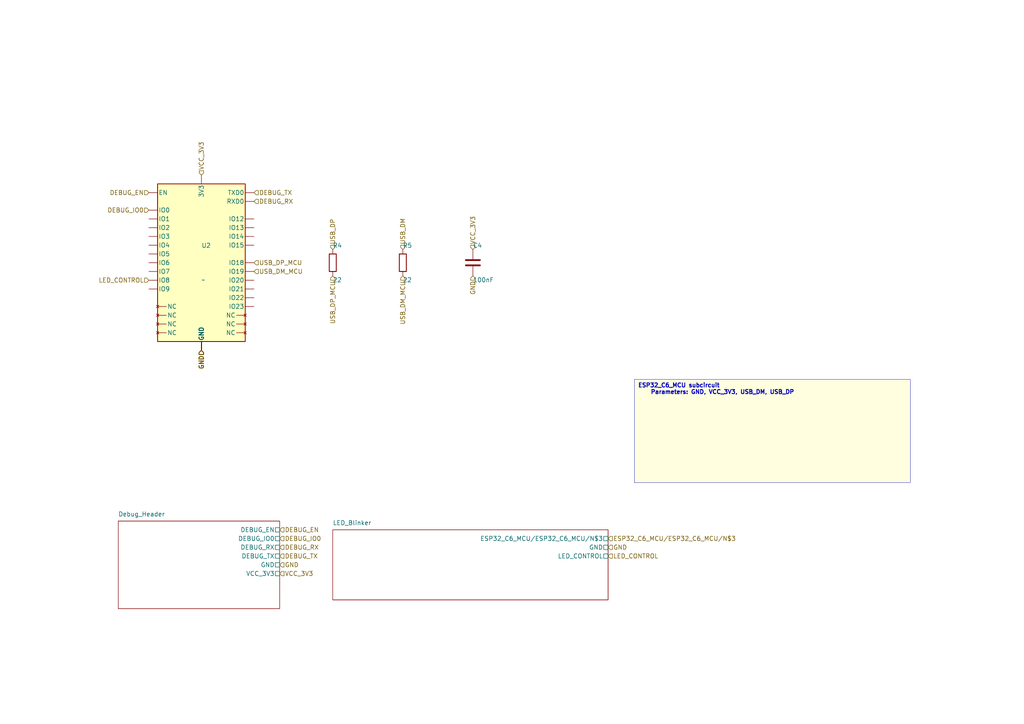
<source format=kicad_sch>
(kicad_sch (version 20250114) (generator "circuit_synth") (generator_version "9.0")
  (paper "A4")
  (lib_symbols
    (symbol "Device:C" (pin_numbers hide) (pin_names (offset 0.254))
      (property "Reference" "C" (at 0.0 0.0 0))
      (property "Value" "C" (at 0.0 0.0 0))
      (symbol "C_0_1"
        (polyline (pts (xy -2.032 0.762) (xy 2.032 0.762)) (stroke (width 0.508)))
        (polyline (pts (xy -2.032 -0.762) (xy 2.032 -0.762)) (stroke (width 0.508)))
      )
      (symbol "C_1_1"
        (pin passive line (at 0.0 3.81 270) (length 2.794) (name ~) (number "1"))
        (pin passive line (at 0.0 -3.81 90) (length 2.794) (name ~) (number "2"))
      )
    )
    (symbol "Device:R" (pin_numbers hide) (pin_names (offset 0.254))
      (property "Reference" "R" (at 0.0 0.0 0))
      (property "Value" "R" (at 0.0 0.0 0))
      (symbol "R_0_1"
        (rectangle (start -1.016 -2.54) (end 1.016 2.54) (stroke (width 0.254)))
      )
      (symbol "R_1_1"
        (pin passive line (at 0.0 3.81 270) (length 1.27) (name ~) (number "1"))
        (pin passive line (at 0.0 -3.81 90) (length 1.27) (name ~) (number "2"))
      )
    )
    (symbol "RF_Module:ESP32-C6-MINI-1" (pin_numbers hide) (pin_names (offset 0.254))
      (property "Reference" "U" (at 0.0 0.0 0))
      (property "Value" "ESP32-C6-MINI-1" (at 0.0 0.0 0))
      (symbol "ESP32-C6-MINI-1_0_1"
        (rectangle (start -12.7 22.86) (end 12.7 -22.86) (stroke (width 0.254)) (fill (type background)))
      )
      (symbol "ESP32-C6-MINI-1_1_1"
        (pin input line (at -15.24 20.32 0) (length 2.54) (name EN) (number "8"))
        (pin bidirectional line (at -15.24 15.24 0) (length 2.54) (name IO0) (number "12"))
        (pin bidirectional line (at -15.24 12.7 0) (length 2.54) (name IO1) (number "13"))
        (pin bidirectional line (at -15.24 10.16 0) (length 2.54) (name IO2) (number "5"))
        (pin bidirectional line (at -15.24 7.62 0) (length 2.54) (name IO3) (number "6"))
        (pin bidirectional line (at -15.24 5.08 0) (length 2.54) (name IO4) (number "9"))
        (pin bidirectional line (at -15.24 2.54 0) (length 2.54) (name IO5) (number "10"))
        (pin bidirectional line (at -15.24 0.0 0) (length 2.54) (name IO6) (number "15"))
        (pin bidirectional line (at -15.24 -2.54 0) (length 2.54) (name IO7) (number "16"))
        (pin bidirectional line (at -15.24 -5.08 0) (length 2.54) (name IO8) (number "22"))
        (pin bidirectional line (at -15.24 -7.62 0) (length 2.54) (name IO9) (number "23"))
        (pin no_connect line (at -12.7 -12.7 0) (length 2.54) (name NC) (number "32"))
        (pin no_connect line (at -12.7 -15.24 0) (length 2.54) (name NC) (number "33"))
        (pin no_connect line (at -12.7 -17.78 0) (length 2.54) (name NC) (number "34"))
        (pin no_connect line (at -12.7 -20.32 0) (length 2.54) (name NC) (number "35"))
        (pin power_in line (at 0.0 25.4 270) (length 2.54) (name 3V3) (number "3"))
        (pin power_in line (at 0.0 -25.4 90) (length 2.54) (name GND) (number "1"))
        (pin passive line (at 0.0 -25.4 90) (length 2.54) (name GND) (number "11"))
        (pin passive line (at 0.0 -25.4 90) (length 2.54) (name GND) (number "14"))
        (pin passive line (at 0.0 -25.4 90) (length 2.54) (name GND) (number "2"))
        (pin passive line (at 0.0 -25.4 90) (length 2.54) (name GND) (number "36"))
        (pin passive line (at 0.0 -25.4 90) (length 2.54) (name GND) (number "37"))
        (pin passive line (at 0.0 -25.4 90) (length 2.54) (name GND) (number "38"))
        (pin passive line (at 0.0 -25.4 90) (length 2.54) (name GND) (number "39"))
        (pin passive line (at 0.0 -25.4 90) (length 2.54) (name GND) (number "40"))
        (pin passive line (at 0.0 -25.4 90) (length 2.54) (name GND) (number "41"))
        (pin passive line (at 0.0 -25.4 90) (length 2.54) (name GND) (number "42"))
        (pin passive line (at 0.0 -25.4 90) (length 2.54) (name GND) (number "43"))
        (pin passive line (at 0.0 -25.4 90) (length 2.54) (name GND) (number "44"))
        (pin passive line (at 0.0 -25.4 90) (length 2.54) (name GND) (number "45"))
        (pin passive line (at 0.0 -25.4 90) (length 2.54) (name GND) (number "46"))
        (pin passive line (at 0.0 -25.4 90) (length 2.54) (name GND) (number "47"))
        (pin passive line (at 0.0 -25.4 90) (length 2.54) (name GND) (number "48"))
        (pin passive line (at 0.0 -25.4 90) (length 2.54) (name GND) (number "49"))
        (pin passive line (at 0.0 -25.4 90) (length 2.54) (name GND) (number "50"))
        (pin passive line (at 0.0 -25.4 90) (length 2.54) (name GND) (number "51"))
        (pin passive line (at 0.0 -25.4 90) (length 2.54) (name GND) (number "52"))
        (pin passive line (at 0.0 -25.4 90) (length 2.54) (name GND) (number "53"))
        (pin no_connect line (at 12.7 -15.24 180) (length 2.54) (name NC) (number "4"))
        (pin no_connect line (at 12.7 -17.78 180) (length 2.54) (name NC) (number "7"))
        (pin no_connect line (at 12.7 -20.32 180) (length 2.54) (name NC) (number "21"))
        (pin bidirectional line (at 15.24 20.32 180) (length 2.54) (name TXD0) (number "31"))
        (pin bidirectional line (at 15.24 17.78 180) (length 2.54) (name RXD0) (number "30"))
        (pin bidirectional line (at 15.24 12.7 180) (length 2.54) (name IO12) (number "17"))
        (pin bidirectional line (at 15.24 10.16 180) (length 2.54) (name IO13) (number "18"))
        (pin bidirectional line (at 15.24 7.62 180) (length 2.54) (name IO14) (number "19"))
        (pin bidirectional line (at 15.24 5.08 180) (length 2.54) (name IO15) (number "20"))
        (pin bidirectional line (at 15.24 0.0 180) (length 2.54) (name IO18) (number "24"))
        (pin bidirectional line (at 15.24 -2.54 180) (length 2.54) (name IO19) (number "25"))
        (pin bidirectional line (at 15.24 -5.08 180) (length 2.54) (name IO20) (number "26"))
        (pin bidirectional line (at 15.24 -7.62 180) (length 2.54) (name IO21) (number "27"))
        (pin bidirectional line (at 15.24 -10.16 180) (length 2.54) (name IO22) (number "28"))
        (pin bidirectional line (at 15.24 -12.7 180) (length 2.54) (name IO23) (number "29"))
      )
    )
  )
  (title_block (title ESP32_C6_MCU) (date 2025-08-06) (company Circuit-Synth))
  (symbol (lib_id "Device:C") (at 137.16 76.2 0) (unit 1)
    (property "Reference" "C4" (at 137.16 71.2 0) (effects (justify left)))
    (property "Value" "100nF" (at 137.16 81.2 0) (effects (justify left)))
    (property "Footprint" "Capacitor_SMD:C_0603_1608Metric" (effects (hide yes)))
  )
  (symbol (lib_id "Device:R") (at 96.52 76.2 0) (unit 1)
    (property "Reference" "R4" (at 96.52 71.2 0) (effects (justify left)))
    (property "Value" "22" (at 96.52 81.2 0) (effects (justify left)))
    (property "Footprint" "Resistor_SMD:R_0603_1608Metric" (effects (hide yes)))
  )
  (symbol (lib_id "Device:R") (at 116.84 76.2 0) (unit 1)
    (property "Reference" "R5" (at 116.84 71.2 0) (effects (justify left)))
    (property "Value" "22" (at 116.84 81.2 0) (effects (justify left)))
    (property "Footprint" "Resistor_SMD:R_0603_1608Metric" (effects (hide yes)))
  )
  (symbol (lib_id "RF_Module:ESP32-C6-MINI-1") (at 58.42 76.2 0) (unit 1)
    (property "Reference" "U2" (at 58.42 71.2 0) (effects (justify left)))
    (property "Value" "~" (at 58.42 81.2 0) (effects (justify left)))
    (property "Footprint" "RF_Module:ESP32-C6-MINI-1" (effects (hide yes)))
  )
  (hierarchical_label VCC_3V3 (shape input) (at 137.16 72.39 90))
  (hierarchical_label VCC_3V3 (shape input) (at 58.42 50.800000000000004 90))
  (hierarchical_label GND (shape input) (at 137.16 80.01 270))
  (hierarchical_label GND (shape input) (at 58.42 101.6 270))
  (hierarchical_label GND (shape input) (at 58.42 101.6 270))
  (hierarchical_label GND (shape input) (at 58.42 101.6 270))
  (hierarchical_label GND (shape input) (at 58.42 101.6 270))
  (hierarchical_label GND (shape input) (at 58.42 101.6 270))
  (hierarchical_label GND (shape input) (at 58.42 101.6 270))
  (hierarchical_label GND (shape input) (at 58.42 101.6 270))
  (hierarchical_label GND (shape input) (at 58.42 101.6 270))
  (hierarchical_label GND (shape input) (at 58.42 101.6 270))
  (hierarchical_label GND (shape input) (at 58.42 101.6 270))
  (hierarchical_label GND (shape input) (at 58.42 101.6 270))
  (hierarchical_label GND (shape input) (at 58.42 101.6 270))
  (hierarchical_label GND (shape input) (at 58.42 101.6 270))
  (hierarchical_label GND (shape input) (at 58.42 101.6 270))
  (hierarchical_label GND (shape input) (at 58.42 101.6 270))
  (hierarchical_label GND (shape input) (at 58.42 101.6 270))
  (hierarchical_label GND (shape input) (at 58.42 101.6 270))
  (hierarchical_label GND (shape input) (at 58.42 101.6 270))
  (hierarchical_label GND (shape input) (at 58.42 101.6 270))
  (hierarchical_label GND (shape input) (at 58.42 101.6 270))
  (hierarchical_label GND (shape input) (at 58.42 101.6 270))
  (hierarchical_label GND (shape input) (at 58.42 101.6 270))
  (hierarchical_label USB_DP (shape input) (at 96.52 72.39 90))
  (hierarchical_label USB_DP_MCU (shape input) (at 96.52 80.01 270))
  (hierarchical_label USB_DP_MCU (shape input) (at 73.66 76.2 0))
  (hierarchical_label USB_DM (shape input) (at 116.84 72.39 90))
  (hierarchical_label USB_DM_MCU (shape input) (at 116.84 80.01 270))
  (hierarchical_label USB_DM_MCU (shape input) (at 73.66 78.74000000000001 0))
  (hierarchical_label DEBUG_EN (shape input) (at 43.18 55.88 180))
  (hierarchical_label DEBUG_IO0 (shape input) (at 43.18 60.96 180))
  (hierarchical_label LED_CONTROL (shape input) (at 43.18 81.28 180))
  (hierarchical_label DEBUG_TX (shape input) (at 73.66 55.88 0))
  (hierarchical_label DEBUG_RX (shape input) (at 73.66 58.42 0))
  (hierarchical_label DEBUG_EN (shape input) (at 81.12 153.67000000000002 0))
  (hierarchical_label DEBUG_IO0 (shape input) (at 81.12 156.21 0))
  (hierarchical_label DEBUG_RX (shape input) (at 81.12 158.75 0))
  (hierarchical_label DEBUG_TX (shape input) (at 81.12 161.29 0))
  (hierarchical_label GND (shape input) (at 81.12 163.83 0))
  (hierarchical_label VCC_3V3 (shape input) (at 81.12 166.37 0))
  (hierarchical_label "ESP32_C6_MCU/ESP32_C6_MCU{slash}N$3" (shape input) (at 176.37 156.21 0))
  (hierarchical_label GND (shape input) (at 176.37 158.75 0))
  (hierarchical_label LED_CONTROL (shape input) (at 176.37 161.29 0))
  (sheet (at 34.29 151.13) (size 46.83 25.4) (stroke (width 0.12)) (fill (color 0 0 0 0.0))
    (property "Sheetname" "Debug_Header" (at 34.29 149.85999999999999 0) (effects (justify left bottom)))
    (property "Sheetfile" "Debug_Header.kicad_sch" (effects (hide yes)))
    (pin DEBUG_EN passive (at 79.85000000000001 153.67000000000002 0))
    (pin DEBUG_IO0 passive (at 79.85000000000001 156.21 0))
    (pin DEBUG_RX passive (at 79.85000000000001 158.75 0))
    (pin DEBUG_TX passive (at 79.85000000000001 161.29 0))
    (pin GND passive (at 79.85000000000001 163.83 0))
    (pin VCC_3V3 passive (at 79.85000000000001 166.37 0))
  )
  (sheet (at 96.52 153.67000000000002) (size 79.85 20.32) (stroke (width 0.12)) (fill (color 0 0 0 0.0))
    (property "Sheetname" "LED_Blinker" (at 96.52 152.4 0) (effects (justify left bottom)))
    (property "Sheetfile" "LED_Blinker.kicad_sch" (effects (hide yes)))
    (pin "ESP32_C6_MCU/ESP32_C6_MCU{slash}N$3" passive (at 175.1 156.21 0))
    (pin GND passive (at 175.1 158.75 0))
    (pin LED_CONTROL passive (at 175.1 161.29 0))
  )
  (text_box "ESP32_C6_MCU subcircuit\n    Parameters: GND, VCC_3V3, USB_DM, USB_DP" (exclude_from_sim yes) (at 184.0 110.0 0) (size 80.0 30.0) (margins 1.0 1.0 1.0 1.0) (stroke (width 0.1)) (fill (type color) (color 255 255 224 1)) (effects (font (size 1.2 1.2) (thickness 0.254)) (justify left top)))
)
</source>
